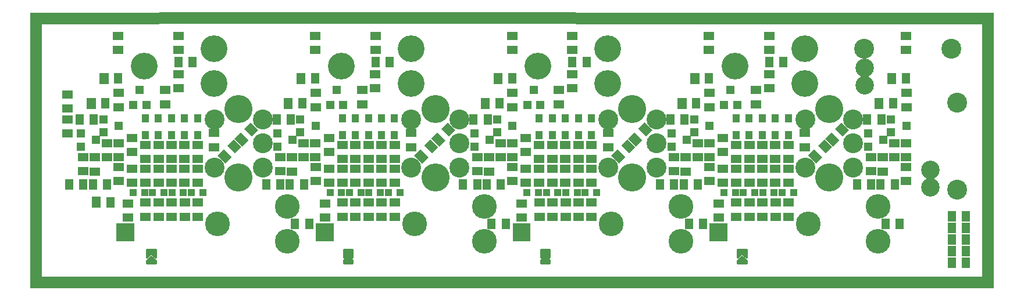
<source format=gbr>
%FSLAX34Y34*%
%MOMM*%
%LNSOLDERMASK_TOP*%
G71*
G01*
%ADD10R,1.600X1.300*%
%ADD11C,3.600*%
%ADD12C,4.100*%
%ADD13C,2.900*%
%ADD14R,1.300X1.300*%
%ADD15R,1.300X1.600*%
%ADD16R,1.100X1.250*%
%ADD17R,1.100X1.100*%
%ADD18C,3.900*%
%ADD19C,1.700*%
%ADD20C,2.700*%
%ADD21C,2.900*%
%ADD22C,0.300*%
%LPD*%
G36*
X272065Y-208749D02*
X281257Y-199557D01*
X292571Y-210870D01*
X283379Y-220063D01*
X272065Y-208749D01*
G37*
G36*
X286631Y-194183D02*
X295824Y-184990D01*
X307137Y-196304D01*
X297945Y-205496D01*
X286631Y-194183D01*
G37*
G36*
X331873Y-171721D02*
X322681Y-180914D01*
X311366Y-169601D01*
X320558Y-160408D01*
X331873Y-171721D01*
G37*
G36*
X317306Y-186289D02*
X308113Y-195481D01*
X296800Y-184166D01*
X305993Y-174974D01*
X317306Y-186289D01*
G37*
X267519Y-196479D02*
G54D10*
D03*
X267519Y-175879D02*
G54D10*
D03*
X374022Y-282830D02*
G54D11*
D03*
X374022Y-333630D02*
G54D11*
D03*
X272422Y-308230D02*
G54D11*
D03*
X302978Y-140988D02*
G54D12*
D03*
X302979Y-240988D02*
G54D12*
D03*
X337979Y-155988D02*
G54D13*
D03*
X267979Y-155988D02*
G54D13*
D03*
X337978Y-190988D02*
G54D13*
D03*
X267979Y-225988D02*
G54D13*
D03*
X337978Y-225988D02*
G54D13*
D03*
X455561Y-135173D02*
G54D14*
D03*
X436561Y-135173D02*
G54D14*
D03*
X446061Y-112973D02*
G54D14*
D03*
X434588Y-182910D02*
G54D10*
D03*
X434588Y-203510D02*
G54D10*
D03*
X428588Y-278910D02*
G54D10*
D03*
X428588Y-299510D02*
G54D10*
D03*
G36*
X441479Y-333988D02*
X415479Y-333988D01*
X415479Y-307988D01*
X441479Y-307988D01*
X441479Y-333988D01*
G37*
X502088Y-110304D02*
G54D10*
D03*
X502088Y-89704D02*
G54D10*
D03*
X522935Y-72156D02*
G54D15*
D03*
X502335Y-72156D02*
G54D15*
D03*
X502488Y-54704D02*
G54D10*
D03*
X502488Y-34104D02*
G54D10*
D03*
X482888Y-133704D02*
G54D10*
D03*
X482888Y-113104D02*
G54D10*
D03*
X392953Y-175032D02*
G54D14*
D03*
X392953Y-156032D02*
G54D14*
D03*
X415153Y-165532D02*
G54D14*
D03*
X358353Y-156032D02*
G54D15*
D03*
X378953Y-156032D02*
G54D15*
D03*
X415153Y-117438D02*
G54D10*
D03*
X415153Y-138038D02*
G54D10*
D03*
X414488Y-34103D02*
G54D10*
D03*
X414488Y-54704D02*
G54D10*
D03*
G36*
X387497Y-88213D02*
X400497Y-88213D01*
X400497Y-104213D01*
X387497Y-104213D01*
X387497Y-88213D01*
G37*
X414597Y-96213D02*
G54D15*
D03*
G36*
X368900Y-124750D02*
X381900Y-124750D01*
X381900Y-140750D01*
X368900Y-140750D01*
X368900Y-124750D01*
G37*
X396000Y-132750D02*
G54D15*
D03*
X359753Y-195532D02*
G54D14*
D03*
X359753Y-176532D02*
G54D14*
D03*
X381953Y-186032D02*
G54D14*
D03*
X380739Y-232003D02*
G54D10*
D03*
X380739Y-211403D02*
G54D10*
D03*
X415080Y-225485D02*
G54D10*
D03*
X415080Y-246085D02*
G54D10*
D03*
X363780Y-211205D02*
G54D10*
D03*
X363780Y-231805D02*
G54D10*
D03*
X377628Y-251038D02*
G54D15*
D03*
X398228Y-251038D02*
G54D15*
D03*
X363747Y-251132D02*
G54D15*
D03*
X343148Y-251132D02*
G54D15*
D03*
X414960Y-190785D02*
G54D10*
D03*
X414960Y-211385D02*
G54D10*
D03*
X397900Y-190785D02*
G54D10*
D03*
X397900Y-211385D02*
G54D10*
D03*
X454078Y-154288D02*
G54D16*
D03*
X454078Y-178988D02*
G54D16*
D03*
X530379Y-277366D02*
G54D10*
D03*
X530379Y-297966D02*
G54D10*
D03*
X454228Y-193087D02*
G54D10*
D03*
X454228Y-213687D02*
G54D10*
D03*
X454213Y-227766D02*
G54D10*
D03*
X454213Y-248366D02*
G54D10*
D03*
X511379Y-277366D02*
G54D10*
D03*
X511379Y-297966D02*
G54D10*
D03*
X492379Y-277366D02*
G54D10*
D03*
X492379Y-297966D02*
G54D10*
D03*
X473379Y-277366D02*
G54D10*
D03*
X473379Y-297966D02*
G54D10*
D03*
X454379Y-277366D02*
G54D10*
D03*
X454379Y-297966D02*
G54D10*
D03*
X473078Y-154288D02*
G54D16*
D03*
X473078Y-178988D02*
G54D16*
D03*
X473228Y-193087D02*
G54D10*
D03*
X473228Y-213687D02*
G54D10*
D03*
X473213Y-227766D02*
G54D10*
D03*
X473213Y-248366D02*
G54D10*
D03*
X492078Y-154288D02*
G54D16*
D03*
X492078Y-178988D02*
G54D16*
D03*
X492228Y-193087D02*
G54D10*
D03*
X492228Y-213687D02*
G54D10*
D03*
X492213Y-227766D02*
G54D10*
D03*
X492213Y-248366D02*
G54D10*
D03*
X511078Y-154288D02*
G54D16*
D03*
X511078Y-178988D02*
G54D16*
D03*
X511228Y-193087D02*
G54D10*
D03*
X511228Y-213687D02*
G54D10*
D03*
X511213Y-227766D02*
G54D10*
D03*
X511213Y-248366D02*
G54D10*
D03*
X530078Y-154288D02*
G54D16*
D03*
X530078Y-178988D02*
G54D16*
D03*
X530228Y-193087D02*
G54D10*
D03*
X530228Y-213687D02*
G54D10*
D03*
X530213Y-227766D02*
G54D10*
D03*
X530213Y-248366D02*
G54D10*
D03*
X537814Y-262988D02*
G54D17*
D03*
X521114Y-263088D02*
G54D17*
D03*
X509514Y-262988D02*
G54D17*
D03*
X492814Y-263088D02*
G54D17*
D03*
X481314Y-262988D02*
G54D17*
D03*
X464614Y-263088D02*
G54D17*
D03*
X453014Y-262988D02*
G54D17*
D03*
X436314Y-263088D02*
G54D17*
D03*
X434714Y-248566D02*
G54D10*
D03*
X434714Y-227966D02*
G54D10*
D03*
X554022Y-52830D02*
G54D18*
D03*
X554022Y-103630D02*
G54D18*
D03*
X452422Y-78230D02*
G54D18*
D03*
G54D19*
X202978Y-7988D02*
X1394299Y-8600D01*
G36*
X1394295Y-17100D02*
X1394304Y-100D01*
X1402804Y-104D01*
X1402795Y-17104D01*
X1394295Y-17100D01*
G37*
G54D19*
X288178Y-393588D02*
X578178Y-393588D01*
X168761Y-135173D02*
G54D14*
D03*
X149761Y-135173D02*
G54D14*
D03*
X159261Y-112973D02*
G54D14*
D03*
X147788Y-182910D02*
G54D10*
D03*
X147788Y-203510D02*
G54D10*
D03*
X141788Y-278910D02*
G54D10*
D03*
X141788Y-299510D02*
G54D10*
D03*
G36*
X151179Y-333988D02*
X125179Y-333988D01*
X125179Y-307988D01*
X151179Y-307988D01*
X151179Y-333988D01*
G37*
X215288Y-110304D02*
G54D10*
D03*
X215288Y-89704D02*
G54D10*
D03*
X236135Y-72156D02*
G54D15*
D03*
X215535Y-72156D02*
G54D15*
D03*
X215688Y-54704D02*
G54D10*
D03*
X215688Y-34104D02*
G54D10*
D03*
X196088Y-133704D02*
G54D10*
D03*
X196088Y-113104D02*
G54D10*
D03*
X106153Y-175032D02*
G54D14*
D03*
X106153Y-156032D02*
G54D14*
D03*
X128353Y-165532D02*
G54D14*
D03*
X71553Y-156032D02*
G54D15*
D03*
X92153Y-156032D02*
G54D15*
D03*
X128353Y-117438D02*
G54D10*
D03*
X128353Y-138038D02*
G54D10*
D03*
X127688Y-34103D02*
G54D10*
D03*
X127688Y-54704D02*
G54D10*
D03*
G36*
X100697Y-88213D02*
X113697Y-88213D01*
X113697Y-104213D01*
X100697Y-104213D01*
X100697Y-88213D01*
G37*
X127797Y-96213D02*
G54D15*
D03*
G36*
X82100Y-124750D02*
X95100Y-124750D01*
X95100Y-140750D01*
X82100Y-140750D01*
X82100Y-124750D01*
G37*
X109200Y-132750D02*
G54D15*
D03*
X72953Y-195532D02*
G54D14*
D03*
X72953Y-176532D02*
G54D14*
D03*
X95153Y-186032D02*
G54D14*
D03*
X93939Y-232003D02*
G54D10*
D03*
X93939Y-211403D02*
G54D10*
D03*
X128280Y-225485D02*
G54D10*
D03*
X128280Y-246085D02*
G54D10*
D03*
X76980Y-211205D02*
G54D10*
D03*
X76980Y-231805D02*
G54D10*
D03*
X90828Y-251038D02*
G54D15*
D03*
X111428Y-251038D02*
G54D15*
D03*
X76948Y-251132D02*
G54D15*
D03*
X56348Y-251132D02*
G54D15*
D03*
G36*
X89078Y-268988D02*
X102078Y-268988D01*
X102078Y-284988D01*
X89078Y-284988D01*
X89078Y-268988D01*
G37*
X116178Y-276988D02*
G54D15*
D03*
X128160Y-190785D02*
G54D10*
D03*
X128160Y-211385D02*
G54D10*
D03*
X111100Y-190785D02*
G54D10*
D03*
X111100Y-211385D02*
G54D10*
D03*
X167278Y-154288D02*
G54D16*
D03*
X167278Y-178988D02*
G54D16*
D03*
X243579Y-277366D02*
G54D10*
D03*
X243579Y-297966D02*
G54D10*
D03*
X167428Y-193087D02*
G54D10*
D03*
X167428Y-213687D02*
G54D10*
D03*
X167413Y-227766D02*
G54D10*
D03*
X167413Y-248366D02*
G54D10*
D03*
X224579Y-277366D02*
G54D10*
D03*
X224579Y-297966D02*
G54D10*
D03*
X205579Y-277366D02*
G54D10*
D03*
X205579Y-297966D02*
G54D10*
D03*
X186579Y-277366D02*
G54D10*
D03*
X186579Y-297966D02*
G54D10*
D03*
X167579Y-277366D02*
G54D10*
D03*
X167579Y-297966D02*
G54D10*
D03*
X186278Y-154288D02*
G54D16*
D03*
X186278Y-178988D02*
G54D16*
D03*
X186428Y-193087D02*
G54D10*
D03*
X186428Y-213687D02*
G54D10*
D03*
X186413Y-227766D02*
G54D10*
D03*
X186413Y-248366D02*
G54D10*
D03*
X205278Y-154288D02*
G54D16*
D03*
X205278Y-178988D02*
G54D16*
D03*
X205428Y-193087D02*
G54D10*
D03*
X205428Y-213687D02*
G54D10*
D03*
X205413Y-227766D02*
G54D10*
D03*
X205413Y-248366D02*
G54D10*
D03*
X224278Y-154288D02*
G54D16*
D03*
X224278Y-178988D02*
G54D16*
D03*
X224428Y-193087D02*
G54D10*
D03*
X224428Y-213687D02*
G54D10*
D03*
X224413Y-227766D02*
G54D10*
D03*
X224413Y-248366D02*
G54D10*
D03*
X243278Y-154288D02*
G54D16*
D03*
X243278Y-178988D02*
G54D16*
D03*
X243428Y-193087D02*
G54D10*
D03*
X243428Y-213687D02*
G54D10*
D03*
X243413Y-227766D02*
G54D10*
D03*
X243413Y-248366D02*
G54D10*
D03*
X251013Y-262988D02*
G54D17*
D03*
X234314Y-263088D02*
G54D17*
D03*
X222714Y-262988D02*
G54D17*
D03*
X206014Y-263088D02*
G54D17*
D03*
X194514Y-262988D02*
G54D17*
D03*
X177814Y-263088D02*
G54D17*
D03*
X166214Y-262988D02*
G54D17*
D03*
X149514Y-263088D02*
G54D17*
D03*
X147914Y-248566D02*
G54D10*
D03*
X147914Y-227966D02*
G54D10*
D03*
X267222Y-52830D02*
G54D18*
D03*
X267222Y-103630D02*
G54D18*
D03*
X165622Y-78230D02*
G54D18*
D03*
G54D19*
X8200Y-8600D02*
X364178Y-7988D01*
G36*
X8185Y-100D02*
X8215Y-17100D01*
X-285Y-17115D01*
X-315Y-115D01*
X8185Y-100D01*
G37*
G54D19*
X8178Y-393588D02*
X288178Y-393588D01*
G36*
X8178Y-385088D02*
X8178Y-402088D01*
X-322Y-402088D01*
X-322Y-385088D01*
X8178Y-385088D01*
G37*
X54000Y-156085D02*
G54D10*
D03*
X54000Y-176685D02*
G54D10*
D03*
G54D19*
X8178Y-393588D02*
X8200Y-8600D01*
G36*
X558765Y-208749D02*
X567957Y-199557D01*
X579271Y-210870D01*
X570079Y-220063D01*
X558765Y-208749D01*
G37*
G36*
X573331Y-194183D02*
X582524Y-184990D01*
X593837Y-196304D01*
X584645Y-205496D01*
X573331Y-194183D01*
G37*
G36*
X618573Y-171722D02*
X609380Y-180914D01*
X598066Y-169601D01*
X607258Y-160408D01*
X618573Y-171722D01*
G37*
G36*
X604006Y-186289D02*
X594814Y-195481D01*
X583500Y-184166D01*
X592693Y-174974D01*
X604006Y-186289D01*
G37*
X554219Y-196479D02*
G54D10*
D03*
X554219Y-175879D02*
G54D10*
D03*
X660722Y-282830D02*
G54D11*
D03*
X660722Y-333630D02*
G54D11*
D03*
X559122Y-308230D02*
G54D11*
D03*
X742261Y-135173D02*
G54D14*
D03*
X723261Y-135173D02*
G54D14*
D03*
X732761Y-112973D02*
G54D14*
D03*
X721288Y-182910D02*
G54D10*
D03*
X721288Y-203510D02*
G54D10*
D03*
X715288Y-278910D02*
G54D10*
D03*
X715288Y-299510D02*
G54D10*
D03*
G36*
X728179Y-333988D02*
X702179Y-333988D01*
X702179Y-307988D01*
X728179Y-307988D01*
X728179Y-333988D01*
G37*
X788788Y-110304D02*
G54D10*
D03*
X788788Y-89704D02*
G54D10*
D03*
X809635Y-72156D02*
G54D15*
D03*
X789035Y-72156D02*
G54D15*
D03*
X789188Y-54704D02*
G54D10*
D03*
X789188Y-34104D02*
G54D10*
D03*
X769588Y-133704D02*
G54D10*
D03*
X769588Y-113104D02*
G54D10*
D03*
X679653Y-175032D02*
G54D14*
D03*
X679653Y-156032D02*
G54D14*
D03*
X701853Y-165532D02*
G54D14*
D03*
X645053Y-156032D02*
G54D15*
D03*
X665653Y-156032D02*
G54D15*
D03*
X701853Y-117438D02*
G54D10*
D03*
X701853Y-138038D02*
G54D10*
D03*
X701188Y-34103D02*
G54D10*
D03*
X701188Y-54704D02*
G54D10*
D03*
G36*
X674197Y-88213D02*
X687197Y-88213D01*
X687197Y-104213D01*
X674197Y-104213D01*
X674197Y-88213D01*
G37*
X701297Y-96213D02*
G54D15*
D03*
G36*
X655600Y-124750D02*
X668600Y-124750D01*
X668600Y-140750D01*
X655600Y-140750D01*
X655600Y-124750D01*
G37*
X682700Y-132750D02*
G54D15*
D03*
X646453Y-195532D02*
G54D14*
D03*
X646453Y-176532D02*
G54D14*
D03*
X668653Y-186032D02*
G54D14*
D03*
X667439Y-232003D02*
G54D10*
D03*
X667439Y-211403D02*
G54D10*
D03*
X701780Y-225485D02*
G54D10*
D03*
X701780Y-246085D02*
G54D10*
D03*
X650480Y-211205D02*
G54D10*
D03*
X650480Y-231805D02*
G54D10*
D03*
X664328Y-251038D02*
G54D15*
D03*
X684928Y-251038D02*
G54D15*
D03*
X650447Y-251132D02*
G54D15*
D03*
X629848Y-251132D02*
G54D15*
D03*
X701660Y-190785D02*
G54D10*
D03*
X701660Y-211385D02*
G54D10*
D03*
X684600Y-190785D02*
G54D10*
D03*
X684600Y-211385D02*
G54D10*
D03*
X740778Y-154288D02*
G54D16*
D03*
X740778Y-178988D02*
G54D16*
D03*
X817079Y-277366D02*
G54D10*
D03*
X817079Y-297966D02*
G54D10*
D03*
X740928Y-193087D02*
G54D10*
D03*
X740928Y-213687D02*
G54D10*
D03*
X740913Y-227766D02*
G54D10*
D03*
X740913Y-248366D02*
G54D10*
D03*
X798079Y-277366D02*
G54D10*
D03*
X798079Y-297966D02*
G54D10*
D03*
X779079Y-277366D02*
G54D10*
D03*
X779079Y-297966D02*
G54D10*
D03*
X760079Y-277366D02*
G54D10*
D03*
X760079Y-297966D02*
G54D10*
D03*
X741079Y-277366D02*
G54D10*
D03*
X741079Y-297966D02*
G54D10*
D03*
X759778Y-154288D02*
G54D16*
D03*
X759778Y-178988D02*
G54D16*
D03*
X759928Y-193087D02*
G54D10*
D03*
X759928Y-213687D02*
G54D10*
D03*
X759913Y-227766D02*
G54D10*
D03*
X759913Y-248366D02*
G54D10*
D03*
X778778Y-154288D02*
G54D16*
D03*
X778778Y-178988D02*
G54D16*
D03*
X778928Y-193087D02*
G54D10*
D03*
X778928Y-213687D02*
G54D10*
D03*
X778913Y-227766D02*
G54D10*
D03*
X778913Y-248366D02*
G54D10*
D03*
X797778Y-154288D02*
G54D16*
D03*
X797778Y-178988D02*
G54D16*
D03*
X797928Y-193087D02*
G54D10*
D03*
X797928Y-213687D02*
G54D10*
D03*
X797913Y-227766D02*
G54D10*
D03*
X797913Y-248366D02*
G54D10*
D03*
X816778Y-154288D02*
G54D16*
D03*
X816778Y-178988D02*
G54D16*
D03*
X816928Y-193087D02*
G54D10*
D03*
X816928Y-213687D02*
G54D10*
D03*
X816913Y-227766D02*
G54D10*
D03*
X816913Y-248366D02*
G54D10*
D03*
X824513Y-262988D02*
G54D17*
D03*
X807813Y-263088D02*
G54D17*
D03*
X796213Y-262988D02*
G54D17*
D03*
X779513Y-263088D02*
G54D17*
D03*
X768013Y-262988D02*
G54D17*
D03*
X751313Y-263088D02*
G54D17*
D03*
X739713Y-262988D02*
G54D17*
D03*
X723013Y-263088D02*
G54D17*
D03*
X721413Y-248566D02*
G54D10*
D03*
X721413Y-227966D02*
G54D10*
D03*
X840722Y-52830D02*
G54D18*
D03*
X840722Y-103630D02*
G54D18*
D03*
X739122Y-78230D02*
G54D18*
D03*
G54D19*
X574878Y-393588D02*
X864878Y-393588D01*
G36*
X845465Y-208749D02*
X854657Y-199557D01*
X865971Y-210870D01*
X856778Y-220063D01*
X845465Y-208749D01*
G37*
G36*
X860031Y-194183D02*
X869223Y-184990D01*
X880537Y-196304D01*
X871344Y-205496D01*
X860031Y-194183D01*
G37*
G36*
X905272Y-171721D02*
X896081Y-180914D01*
X884766Y-169601D01*
X893958Y-160408D01*
X905272Y-171721D01*
G37*
G36*
X890706Y-186289D02*
X881513Y-195481D01*
X870200Y-184167D01*
X879393Y-174975D01*
X890706Y-186289D01*
G37*
X840919Y-196479D02*
G54D10*
D03*
X840919Y-175879D02*
G54D10*
D03*
X947422Y-282830D02*
G54D11*
D03*
X947422Y-333630D02*
G54D11*
D03*
X845822Y-308230D02*
G54D11*
D03*
X1028961Y-135173D02*
G54D14*
D03*
X1009961Y-135173D02*
G54D14*
D03*
X1019461Y-112973D02*
G54D14*
D03*
X1007988Y-182910D02*
G54D10*
D03*
X1007988Y-203510D02*
G54D10*
D03*
X1001988Y-278910D02*
G54D10*
D03*
X1001987Y-299510D02*
G54D10*
D03*
G36*
X1014878Y-333988D02*
X988878Y-333988D01*
X988878Y-307988D01*
X1014878Y-307988D01*
X1014878Y-333988D01*
G37*
X1075488Y-110304D02*
G54D10*
D03*
X1075488Y-89704D02*
G54D10*
D03*
X1096334Y-72156D02*
G54D15*
D03*
X1075734Y-72156D02*
G54D15*
D03*
X1075888Y-54704D02*
G54D10*
D03*
X1075888Y-34104D02*
G54D10*
D03*
X1056288Y-133704D02*
G54D10*
D03*
X1056288Y-113104D02*
G54D10*
D03*
X966353Y-175032D02*
G54D14*
D03*
X966353Y-156032D02*
G54D14*
D03*
X988553Y-165532D02*
G54D14*
D03*
X931753Y-156032D02*
G54D15*
D03*
X952353Y-156032D02*
G54D15*
D03*
X988553Y-117438D02*
G54D10*
D03*
X988553Y-138038D02*
G54D10*
D03*
X987888Y-34103D02*
G54D10*
D03*
X987888Y-54704D02*
G54D10*
D03*
G36*
X960897Y-88213D02*
X973897Y-88213D01*
X973897Y-104213D01*
X960897Y-104213D01*
X960897Y-88213D01*
G37*
X987997Y-96213D02*
G54D15*
D03*
G36*
X942300Y-124750D02*
X955300Y-124750D01*
X955300Y-140750D01*
X942300Y-140750D01*
X942300Y-124750D01*
G37*
X969400Y-132750D02*
G54D15*
D03*
X933153Y-195532D02*
G54D14*
D03*
X933153Y-176532D02*
G54D14*
D03*
X955353Y-186032D02*
G54D14*
D03*
X954139Y-232003D02*
G54D10*
D03*
X954138Y-211403D02*
G54D10*
D03*
X988480Y-225485D02*
G54D10*
D03*
X988480Y-246085D02*
G54D10*
D03*
X937180Y-211205D02*
G54D10*
D03*
X937180Y-231805D02*
G54D10*
D03*
X951028Y-251038D02*
G54D15*
D03*
X971628Y-251038D02*
G54D15*
D03*
X937147Y-251132D02*
G54D15*
D03*
X916547Y-251132D02*
G54D15*
D03*
X988360Y-190785D02*
G54D10*
D03*
X988360Y-211385D02*
G54D10*
D03*
X971300Y-190785D02*
G54D10*
D03*
X971300Y-211385D02*
G54D10*
D03*
X1027478Y-154288D02*
G54D16*
D03*
X1027478Y-178988D02*
G54D16*
D03*
X1103779Y-277366D02*
G54D10*
D03*
X1103779Y-297966D02*
G54D10*
D03*
X1027628Y-193087D02*
G54D10*
D03*
X1027628Y-213687D02*
G54D10*
D03*
X1027612Y-227766D02*
G54D10*
D03*
X1027612Y-248366D02*
G54D10*
D03*
X1084779Y-277366D02*
G54D10*
D03*
X1084779Y-297966D02*
G54D10*
D03*
X1065779Y-277366D02*
G54D10*
D03*
X1065779Y-297966D02*
G54D10*
D03*
X1046779Y-277366D02*
G54D10*
D03*
X1046778Y-297966D02*
G54D10*
D03*
X1027779Y-277366D02*
G54D10*
D03*
X1027778Y-297966D02*
G54D10*
D03*
X1046478Y-154288D02*
G54D16*
D03*
X1046478Y-178988D02*
G54D16*
D03*
X1046628Y-193087D02*
G54D10*
D03*
X1046628Y-213687D02*
G54D10*
D03*
X1046612Y-227766D02*
G54D10*
D03*
X1046612Y-248366D02*
G54D10*
D03*
X1065478Y-154288D02*
G54D16*
D03*
X1065478Y-178988D02*
G54D16*
D03*
X1065628Y-193087D02*
G54D10*
D03*
X1065628Y-213687D02*
G54D10*
D03*
X1065612Y-227766D02*
G54D10*
D03*
X1065612Y-248366D02*
G54D10*
D03*
X1084478Y-154288D02*
G54D16*
D03*
X1084478Y-178988D02*
G54D16*
D03*
X1084628Y-193087D02*
G54D10*
D03*
X1084628Y-213687D02*
G54D10*
D03*
X1084612Y-227766D02*
G54D10*
D03*
X1084612Y-248366D02*
G54D10*
D03*
X1103478Y-154288D02*
G54D16*
D03*
X1103478Y-178988D02*
G54D16*
D03*
X1103628Y-193087D02*
G54D10*
D03*
X1103628Y-213687D02*
G54D10*
D03*
X1103612Y-227766D02*
G54D10*
D03*
X1103612Y-248366D02*
G54D10*
D03*
X1111213Y-262988D02*
G54D17*
D03*
X1094513Y-263088D02*
G54D17*
D03*
X1082913Y-262988D02*
G54D17*
D03*
X1066213Y-263088D02*
G54D17*
D03*
X1054713Y-262988D02*
G54D17*
D03*
X1038013Y-263088D02*
G54D17*
D03*
X1026413Y-262988D02*
G54D17*
D03*
X1009713Y-263088D02*
G54D17*
D03*
X1008113Y-248566D02*
G54D10*
D03*
X1008113Y-227966D02*
G54D10*
D03*
X1127422Y-52830D02*
G54D18*
D03*
X1127422Y-103630D02*
G54D18*
D03*
X1025822Y-78230D02*
G54D18*
D03*
G54D19*
X861578Y-393588D02*
X1151578Y-393588D01*
G36*
X1132164Y-208749D02*
X1141357Y-199557D01*
X1152671Y-210870D01*
X1143478Y-220063D01*
X1132164Y-208749D01*
G37*
G36*
X1146731Y-194182D02*
X1155923Y-184990D01*
X1167237Y-196304D01*
X1158044Y-205496D01*
X1146731Y-194182D01*
G37*
G36*
X1191972Y-171721D02*
X1182781Y-180914D01*
X1171466Y-169602D01*
X1180657Y-160408D01*
X1191972Y-171721D01*
G37*
G36*
X1177406Y-186289D02*
X1168213Y-195481D01*
X1156900Y-184167D01*
X1166093Y-174975D01*
X1177406Y-186289D01*
G37*
X1127618Y-196479D02*
G54D10*
D03*
X1127618Y-175879D02*
G54D10*
D03*
X1234121Y-282830D02*
G54D11*
D03*
X1234122Y-333630D02*
G54D11*
D03*
X1132522Y-308230D02*
G54D11*
D03*
X1253053Y-175032D02*
G54D14*
D03*
X1253053Y-156032D02*
G54D14*
D03*
X1275253Y-165532D02*
G54D14*
D03*
X1218453Y-156032D02*
G54D15*
D03*
X1239053Y-156032D02*
G54D15*
D03*
X1275252Y-117438D02*
G54D10*
D03*
X1275252Y-138038D02*
G54D10*
D03*
X1274588Y-34103D02*
G54D10*
D03*
X1274588Y-54704D02*
G54D10*
D03*
G36*
X1247596Y-88213D02*
X1260596Y-88213D01*
X1260597Y-104213D01*
X1247597Y-104213D01*
X1247596Y-88213D01*
G37*
X1274696Y-96213D02*
G54D15*
D03*
G36*
X1229000Y-124750D02*
X1242000Y-124750D01*
X1242000Y-140750D01*
X1229000Y-140750D01*
X1229000Y-124750D01*
G37*
X1256100Y-132750D02*
G54D15*
D03*
X1219852Y-195532D02*
G54D14*
D03*
X1219852Y-176532D02*
G54D14*
D03*
X1242052Y-186032D02*
G54D14*
D03*
X1240838Y-232003D02*
G54D10*
D03*
X1240838Y-211403D02*
G54D10*
D03*
X1275180Y-225485D02*
G54D10*
D03*
X1275180Y-246085D02*
G54D10*
D03*
X1223880Y-211205D02*
G54D10*
D03*
X1223880Y-231805D02*
G54D10*
D03*
X1237728Y-251038D02*
G54D15*
D03*
X1258327Y-251038D02*
G54D15*
D03*
X1223847Y-251132D02*
G54D15*
D03*
X1203247Y-251132D02*
G54D15*
D03*
X1275060Y-190785D02*
G54D10*
D03*
X1275060Y-211385D02*
G54D10*
D03*
X1258000Y-190785D02*
G54D10*
D03*
X1258000Y-211385D02*
G54D10*
D03*
G54D19*
X1148278Y-393588D02*
X1394278Y-393588D01*
G36*
X1394278Y-402088D02*
X1394278Y-385088D01*
X1402778Y-385088D01*
X1402778Y-402088D01*
X1394278Y-402088D01*
G37*
G54D19*
X1394278Y-393588D02*
X1394299Y-8600D01*
X1214385Y-106295D02*
G54D20*
D03*
X1214385Y-80895D02*
G54D20*
D03*
X1340873Y-52598D02*
G54D21*
D03*
X1213873Y-52598D02*
G54D21*
D03*
X1349500Y-258500D02*
G54D21*
D03*
X1349500Y-131500D02*
G54D21*
D03*
X1310000Y-255000D02*
G54D20*
D03*
X1310000Y-229600D02*
G54D20*
D03*
X385200Y-308300D02*
G54D15*
D03*
X405800Y-308300D02*
G54D15*
D03*
X671326Y-308143D02*
G54D15*
D03*
X691926Y-308143D02*
G54D15*
D03*
X958826Y-308243D02*
G54D15*
D03*
X979426Y-308243D02*
G54D15*
D03*
X1245225Y-308343D02*
G54D15*
D03*
X1265825Y-308343D02*
G54D15*
D03*
G36*
X170167Y-346916D02*
X182167Y-346916D01*
X182167Y-357916D01*
X176167Y-351916D01*
X170167Y-357916D01*
X170167Y-346916D01*
G37*
G54D22*
X170167Y-346916D02*
X182167Y-346916D01*
X182167Y-357916D01*
X176167Y-351916D01*
X170167Y-357916D01*
X170167Y-346916D01*
G36*
X176167Y-356316D02*
X182167Y-362316D01*
X182167Y-366316D01*
X170167Y-366316D01*
X170167Y-362316D01*
X176167Y-356316D01*
G37*
G54D22*
X176167Y-356316D02*
X182167Y-362316D01*
X182167Y-366316D01*
X170167Y-366316D01*
X170167Y-362316D01*
X176167Y-356316D01*
G36*
X456867Y-346716D02*
X468867Y-346716D01*
X468867Y-357716D01*
X462867Y-351716D01*
X456867Y-357716D01*
X456867Y-346716D01*
G37*
G54D22*
X456867Y-346716D02*
X468867Y-346716D01*
X468867Y-357716D01*
X462867Y-351716D01*
X456867Y-357716D01*
X456867Y-346716D01*
G36*
X462867Y-356116D02*
X468867Y-362116D01*
X468867Y-366116D01*
X456867Y-366116D01*
X456867Y-362116D01*
X462867Y-356116D01*
G37*
G54D22*
X462867Y-356116D02*
X468867Y-362116D01*
X468867Y-366116D01*
X456867Y-366116D01*
X456867Y-362116D01*
X462867Y-356116D01*
G36*
X743567Y-346816D02*
X755567Y-346816D01*
X755567Y-357816D01*
X749567Y-351816D01*
X743567Y-357816D01*
X743567Y-346816D01*
G37*
G54D22*
X743567Y-346816D02*
X755567Y-346816D01*
X755567Y-357816D01*
X749567Y-351816D01*
X743567Y-357816D01*
X743567Y-346816D01*
G36*
X749567Y-356216D02*
X755567Y-362216D01*
X755567Y-366216D01*
X743567Y-366216D01*
X743567Y-362216D01*
X749567Y-356216D01*
G37*
G54D22*
X749567Y-356216D02*
X755567Y-362216D01*
X755567Y-366216D01*
X743567Y-366216D01*
X743567Y-362216D01*
X749567Y-356216D01*
G36*
X1030367Y-346916D02*
X1042367Y-346916D01*
X1042367Y-357916D01*
X1036367Y-351916D01*
X1030367Y-357916D01*
X1030367Y-346916D01*
G37*
G54D22*
X1030367Y-346916D02*
X1042367Y-346916D01*
X1042367Y-357916D01*
X1036367Y-351916D01*
X1030367Y-357916D01*
X1030367Y-346916D01*
G36*
X1036367Y-356316D02*
X1042367Y-362316D01*
X1042367Y-366316D01*
X1030367Y-366316D01*
X1030367Y-362316D01*
X1036367Y-356316D01*
G37*
G54D22*
X1036367Y-356316D02*
X1042367Y-362316D01*
X1042367Y-366316D01*
X1030367Y-366316D01*
X1030367Y-362316D01*
X1036367Y-356316D01*
X53840Y-140028D02*
G54D10*
D03*
X53840Y-119428D02*
G54D10*
D03*
X1362019Y-331443D02*
G54D15*
D03*
X1341419Y-331443D02*
G54D15*
D03*
X1362019Y-348443D02*
G54D15*
D03*
X1341419Y-348443D02*
G54D15*
D03*
X1362019Y-365443D02*
G54D15*
D03*
X1341419Y-365443D02*
G54D15*
D03*
X1362019Y-314443D02*
G54D15*
D03*
X1341419Y-314443D02*
G54D15*
D03*
X1362019Y-297443D02*
G54D15*
D03*
X1341419Y-297443D02*
G54D15*
D03*
X589678Y-140988D02*
G54D12*
D03*
X589679Y-240988D02*
G54D12*
D03*
X624679Y-155988D02*
G54D13*
D03*
X554679Y-155988D02*
G54D13*
D03*
X624678Y-190988D02*
G54D13*
D03*
X554679Y-225988D02*
G54D13*
D03*
X624678Y-225988D02*
G54D13*
D03*
X876378Y-140988D02*
G54D12*
D03*
X876379Y-240988D02*
G54D12*
D03*
X911378Y-155988D02*
G54D13*
D03*
X841378Y-155988D02*
G54D13*
D03*
X911378Y-190988D02*
G54D13*
D03*
X841378Y-225988D02*
G54D13*
D03*
X911378Y-225988D02*
G54D13*
D03*
X1163078Y-140988D02*
G54D12*
D03*
X1163078Y-240988D02*
G54D12*
D03*
X1198078Y-155988D02*
G54D13*
D03*
X1128078Y-155988D02*
G54D13*
D03*
X1198078Y-190988D02*
G54D13*
D03*
X1128078Y-225988D02*
G54D13*
D03*
X1198078Y-225988D02*
G54D13*
D03*
M02*

</source>
